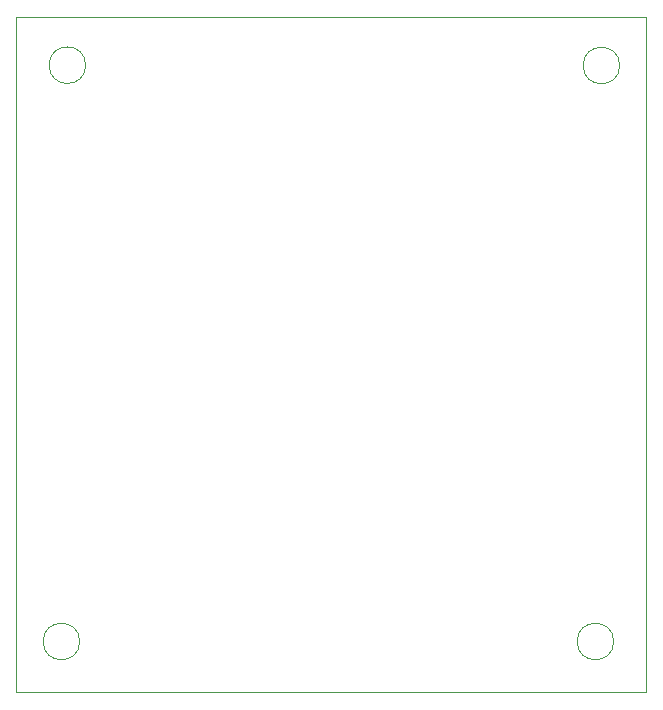
<source format=gbr>
%TF.GenerationSoftware,KiCad,Pcbnew,(6.0.5)*%
%TF.CreationDate,2023-07-08T16:29:13+09:00*%
%TF.ProjectId,wheel speed,77686565-6c20-4737-9065-65642e6b6963,rev?*%
%TF.SameCoordinates,Original*%
%TF.FileFunction,Profile,NP*%
%FSLAX46Y46*%
G04 Gerber Fmt 4.6, Leading zero omitted, Abs format (unit mm)*
G04 Created by KiCad (PCBNEW (6.0.5)) date 2023-07-08 16:29:13*
%MOMM*%
%LPD*%
G01*
G04 APERTURE LIST*
%TA.AperFunction,Profile*%
%ADD10C,0.100000*%
%TD*%
G04 APERTURE END LIST*
D10*
X156490000Y-57404000D02*
G75*
G03*
X156490000Y-57404000I-1550000J0D01*
G01*
X110770000Y-106172000D02*
G75*
G03*
X110770000Y-106172000I-1550000J0D01*
G01*
X111278000Y-57378000D02*
G75*
G03*
X111278000Y-57378000I-1550000J0D01*
G01*
X155982000Y-106172000D02*
G75*
G03*
X155982000Y-106172000I-1550000J0D01*
G01*
X105410000Y-53340000D02*
X158750000Y-53340000D01*
X158750000Y-53340000D02*
X158750000Y-110490000D01*
X158750000Y-110490000D02*
X105410000Y-110490000D01*
X105410000Y-110490000D02*
X105410000Y-53340000D01*
M02*

</source>
